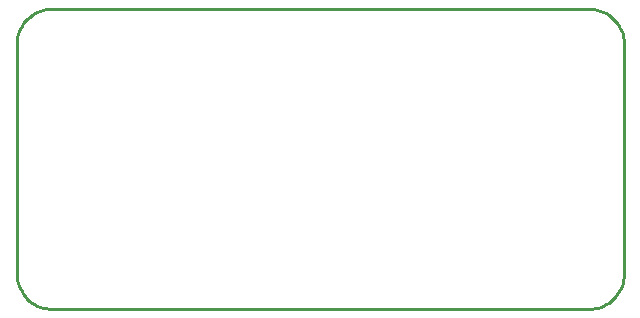
<source format=gbr>
G04 EAGLE Gerber RS-274X export*
G75*
%MOMM*%
%FSLAX34Y34*%
%LPD*%
%IN*%
%IPPOS*%
%AMOC8*
5,1,8,0,0,1.08239X$1,22.5*%
G01*
%ADD10C,0.254000*%


D10*
X2000Y30000D02*
X2114Y27385D01*
X2456Y24791D01*
X3022Y22235D01*
X3809Y19739D01*
X4811Y17321D01*
X6019Y15000D01*
X7425Y12793D01*
X9019Y10716D01*
X10787Y8787D01*
X12716Y7019D01*
X14793Y5425D01*
X17000Y4019D01*
X19321Y2811D01*
X21739Y1809D01*
X24235Y1022D01*
X26791Y456D01*
X29385Y114D01*
X32000Y0D01*
X486000Y0D01*
X488615Y114D01*
X491209Y456D01*
X493765Y1022D01*
X496261Y1809D01*
X498679Y2811D01*
X501000Y4019D01*
X503207Y5425D01*
X505284Y7019D01*
X507213Y8787D01*
X508981Y10716D01*
X510575Y12793D01*
X511981Y15000D01*
X513189Y17321D01*
X514191Y19739D01*
X514978Y22235D01*
X515544Y24791D01*
X515886Y27385D01*
X516000Y30000D01*
X516000Y224900D01*
X515848Y227474D01*
X515473Y230024D01*
X514877Y232533D01*
X514064Y234980D01*
X513041Y237346D01*
X511816Y239615D01*
X510398Y241768D01*
X508797Y243789D01*
X507027Y245663D01*
X505100Y247376D01*
X503031Y248914D01*
X500835Y250266D01*
X498531Y251422D01*
X496134Y252372D01*
X493663Y253110D01*
X491138Y253629D01*
X488577Y253927D01*
X486000Y254000D01*
X32000Y254000D01*
X29423Y253927D01*
X26862Y253629D01*
X24337Y253110D01*
X21866Y252372D01*
X19469Y251422D01*
X17165Y250266D01*
X14969Y248914D01*
X12900Y247376D01*
X10973Y245663D01*
X9203Y243789D01*
X7602Y241768D01*
X6184Y239615D01*
X4959Y237346D01*
X3936Y234980D01*
X3123Y232533D01*
X2527Y230024D01*
X2152Y227474D01*
X2000Y224900D01*
X2000Y30000D01*
M02*

</source>
